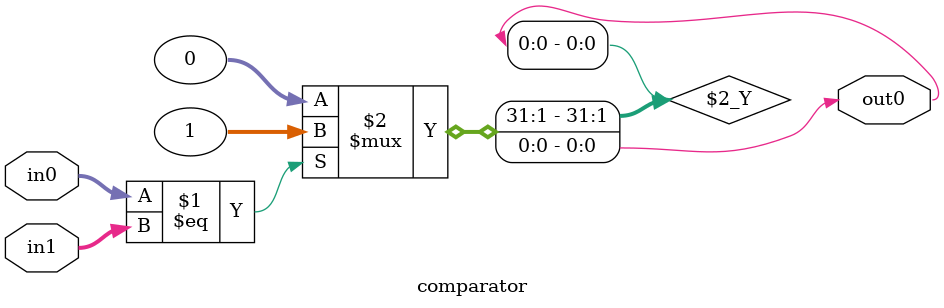
<source format=v>

module comparator(
    input [7:0] in0,
    input [7:0] in1,
    output out0
    );
    
    assign out0 = (in0 == in1) ? 1 : 0;
endmodule

</source>
